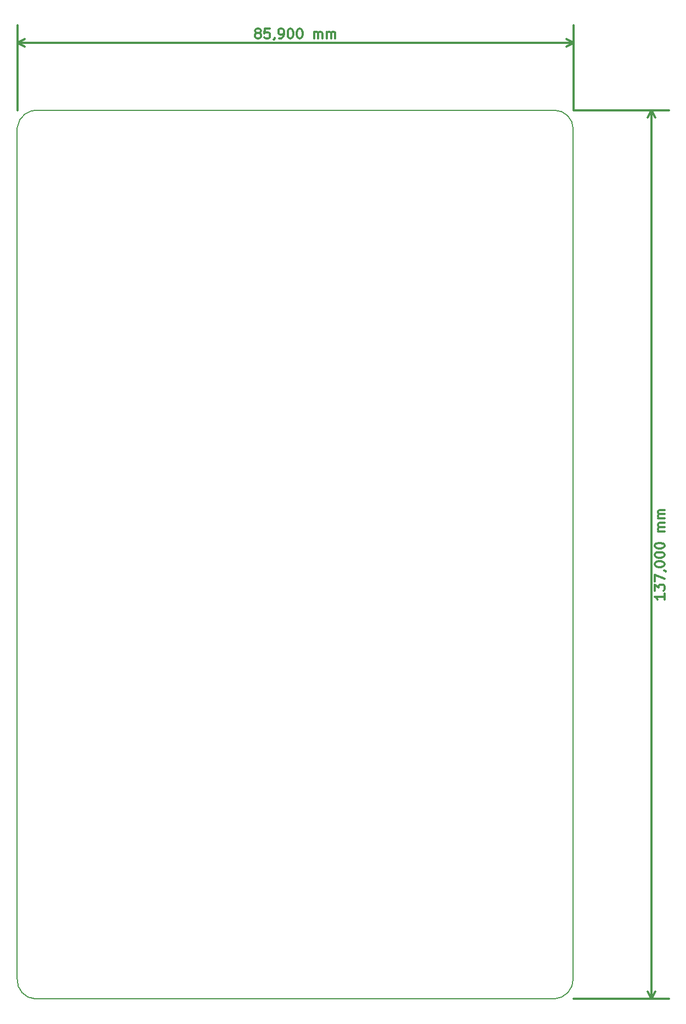
<source format=gbr>
G04 #@! TF.FileFunction,Drawing*
%FSLAX46Y46*%
G04 Gerber Fmt 4.6, Leading zero omitted, Abs format (unit mm)*
G04 Created by KiCad (PCBNEW 4.0.7-e2-6376~58~ubuntu16.04.1) date Tue Nov 13 23:08:23 2018*
%MOMM*%
%LPD*%
G01*
G04 APERTURE LIST*
%ADD10C,0.100000*%
%ADD11C,0.300000*%
%ADD12C,0.150000*%
G04 APERTURE END LIST*
D10*
D11*
X102321430Y-18371429D02*
X102178572Y-18300000D01*
X102107144Y-18228571D01*
X102035715Y-18085714D01*
X102035715Y-18014286D01*
X102107144Y-17871429D01*
X102178572Y-17800000D01*
X102321430Y-17728571D01*
X102607144Y-17728571D01*
X102750001Y-17800000D01*
X102821430Y-17871429D01*
X102892858Y-18014286D01*
X102892858Y-18085714D01*
X102821430Y-18228571D01*
X102750001Y-18300000D01*
X102607144Y-18371429D01*
X102321430Y-18371429D01*
X102178572Y-18442857D01*
X102107144Y-18514286D01*
X102035715Y-18657143D01*
X102035715Y-18942857D01*
X102107144Y-19085714D01*
X102178572Y-19157143D01*
X102321430Y-19228571D01*
X102607144Y-19228571D01*
X102750001Y-19157143D01*
X102821430Y-19085714D01*
X102892858Y-18942857D01*
X102892858Y-18657143D01*
X102821430Y-18514286D01*
X102750001Y-18442857D01*
X102607144Y-18371429D01*
X104250001Y-17728571D02*
X103535715Y-17728571D01*
X103464286Y-18442857D01*
X103535715Y-18371429D01*
X103678572Y-18300000D01*
X104035715Y-18300000D01*
X104178572Y-18371429D01*
X104250001Y-18442857D01*
X104321429Y-18585714D01*
X104321429Y-18942857D01*
X104250001Y-19085714D01*
X104178572Y-19157143D01*
X104035715Y-19228571D01*
X103678572Y-19228571D01*
X103535715Y-19157143D01*
X103464286Y-19085714D01*
X105035714Y-19157143D02*
X105035714Y-19228571D01*
X104964286Y-19371429D01*
X104892857Y-19442857D01*
X105750000Y-19228571D02*
X106035715Y-19228571D01*
X106178572Y-19157143D01*
X106250000Y-19085714D01*
X106392858Y-18871429D01*
X106464286Y-18585714D01*
X106464286Y-18014286D01*
X106392858Y-17871429D01*
X106321429Y-17800000D01*
X106178572Y-17728571D01*
X105892858Y-17728571D01*
X105750000Y-17800000D01*
X105678572Y-17871429D01*
X105607143Y-18014286D01*
X105607143Y-18371429D01*
X105678572Y-18514286D01*
X105750000Y-18585714D01*
X105892858Y-18657143D01*
X106178572Y-18657143D01*
X106321429Y-18585714D01*
X106392858Y-18514286D01*
X106464286Y-18371429D01*
X107392857Y-17728571D02*
X107535714Y-17728571D01*
X107678571Y-17800000D01*
X107750000Y-17871429D01*
X107821429Y-18014286D01*
X107892857Y-18300000D01*
X107892857Y-18657143D01*
X107821429Y-18942857D01*
X107750000Y-19085714D01*
X107678571Y-19157143D01*
X107535714Y-19228571D01*
X107392857Y-19228571D01*
X107250000Y-19157143D01*
X107178571Y-19085714D01*
X107107143Y-18942857D01*
X107035714Y-18657143D01*
X107035714Y-18300000D01*
X107107143Y-18014286D01*
X107178571Y-17871429D01*
X107250000Y-17800000D01*
X107392857Y-17728571D01*
X108821428Y-17728571D02*
X108964285Y-17728571D01*
X109107142Y-17800000D01*
X109178571Y-17871429D01*
X109250000Y-18014286D01*
X109321428Y-18300000D01*
X109321428Y-18657143D01*
X109250000Y-18942857D01*
X109178571Y-19085714D01*
X109107142Y-19157143D01*
X108964285Y-19228571D01*
X108821428Y-19228571D01*
X108678571Y-19157143D01*
X108607142Y-19085714D01*
X108535714Y-18942857D01*
X108464285Y-18657143D01*
X108464285Y-18300000D01*
X108535714Y-18014286D01*
X108607142Y-17871429D01*
X108678571Y-17800000D01*
X108821428Y-17728571D01*
X111107142Y-19228571D02*
X111107142Y-18228571D01*
X111107142Y-18371429D02*
X111178570Y-18300000D01*
X111321428Y-18228571D01*
X111535713Y-18228571D01*
X111678570Y-18300000D01*
X111749999Y-18442857D01*
X111749999Y-19228571D01*
X111749999Y-18442857D02*
X111821428Y-18300000D01*
X111964285Y-18228571D01*
X112178570Y-18228571D01*
X112321428Y-18300000D01*
X112392856Y-18442857D01*
X112392856Y-19228571D01*
X113107142Y-19228571D02*
X113107142Y-18228571D01*
X113107142Y-18371429D02*
X113178570Y-18300000D01*
X113321428Y-18228571D01*
X113535713Y-18228571D01*
X113678570Y-18300000D01*
X113749999Y-18442857D01*
X113749999Y-19228571D01*
X113749999Y-18442857D02*
X113821428Y-18300000D01*
X113964285Y-18228571D01*
X114178570Y-18228571D01*
X114321428Y-18300000D01*
X114392856Y-18442857D01*
X114392856Y-19228571D01*
X65300000Y-19900000D02*
X151200000Y-19900000D01*
X65300000Y-30300000D02*
X65300000Y-17200000D01*
X151200000Y-30300000D02*
X151200000Y-17200000D01*
X151200000Y-19900000D02*
X150073496Y-20486421D01*
X151200000Y-19900000D02*
X150073496Y-19313579D01*
X65300000Y-19900000D02*
X66426504Y-20486421D01*
X65300000Y-19900000D02*
X66426504Y-19313579D01*
X165228571Y-104871427D02*
X165228571Y-105728570D01*
X165228571Y-105299998D02*
X163728571Y-105299998D01*
X163942857Y-105442855D01*
X164085714Y-105585713D01*
X164157143Y-105728570D01*
X163728571Y-104371427D02*
X163728571Y-103442856D01*
X164300000Y-103942856D01*
X164300000Y-103728570D01*
X164371429Y-103585713D01*
X164442857Y-103514284D01*
X164585714Y-103442856D01*
X164942857Y-103442856D01*
X165085714Y-103514284D01*
X165157143Y-103585713D01*
X165228571Y-103728570D01*
X165228571Y-104157142D01*
X165157143Y-104299999D01*
X165085714Y-104371427D01*
X163728571Y-102942856D02*
X163728571Y-101942856D01*
X165228571Y-102585713D01*
X165157143Y-101300000D02*
X165228571Y-101300000D01*
X165371429Y-101371428D01*
X165442857Y-101442857D01*
X163728571Y-100371428D02*
X163728571Y-100228571D01*
X163800000Y-100085714D01*
X163871429Y-100014285D01*
X164014286Y-99942856D01*
X164300000Y-99871428D01*
X164657143Y-99871428D01*
X164942857Y-99942856D01*
X165085714Y-100014285D01*
X165157143Y-100085714D01*
X165228571Y-100228571D01*
X165228571Y-100371428D01*
X165157143Y-100514285D01*
X165085714Y-100585714D01*
X164942857Y-100657142D01*
X164657143Y-100728571D01*
X164300000Y-100728571D01*
X164014286Y-100657142D01*
X163871429Y-100585714D01*
X163800000Y-100514285D01*
X163728571Y-100371428D01*
X163728571Y-98942857D02*
X163728571Y-98800000D01*
X163800000Y-98657143D01*
X163871429Y-98585714D01*
X164014286Y-98514285D01*
X164300000Y-98442857D01*
X164657143Y-98442857D01*
X164942857Y-98514285D01*
X165085714Y-98585714D01*
X165157143Y-98657143D01*
X165228571Y-98800000D01*
X165228571Y-98942857D01*
X165157143Y-99085714D01*
X165085714Y-99157143D01*
X164942857Y-99228571D01*
X164657143Y-99300000D01*
X164300000Y-99300000D01*
X164014286Y-99228571D01*
X163871429Y-99157143D01*
X163800000Y-99085714D01*
X163728571Y-98942857D01*
X163728571Y-97514286D02*
X163728571Y-97371429D01*
X163800000Y-97228572D01*
X163871429Y-97157143D01*
X164014286Y-97085714D01*
X164300000Y-97014286D01*
X164657143Y-97014286D01*
X164942857Y-97085714D01*
X165085714Y-97157143D01*
X165157143Y-97228572D01*
X165228571Y-97371429D01*
X165228571Y-97514286D01*
X165157143Y-97657143D01*
X165085714Y-97728572D01*
X164942857Y-97800000D01*
X164657143Y-97871429D01*
X164300000Y-97871429D01*
X164014286Y-97800000D01*
X163871429Y-97728572D01*
X163800000Y-97657143D01*
X163728571Y-97514286D01*
X165228571Y-95228572D02*
X164228571Y-95228572D01*
X164371429Y-95228572D02*
X164300000Y-95157144D01*
X164228571Y-95014286D01*
X164228571Y-94800001D01*
X164300000Y-94657144D01*
X164442857Y-94585715D01*
X165228571Y-94585715D01*
X164442857Y-94585715D02*
X164300000Y-94514286D01*
X164228571Y-94371429D01*
X164228571Y-94157144D01*
X164300000Y-94014286D01*
X164442857Y-93942858D01*
X165228571Y-93942858D01*
X165228571Y-93228572D02*
X164228571Y-93228572D01*
X164371429Y-93228572D02*
X164300000Y-93157144D01*
X164228571Y-93014286D01*
X164228571Y-92800001D01*
X164300000Y-92657144D01*
X164442857Y-92585715D01*
X165228571Y-92585715D01*
X164442857Y-92585715D02*
X164300000Y-92514286D01*
X164228571Y-92371429D01*
X164228571Y-92157144D01*
X164300000Y-92014286D01*
X164442857Y-91942858D01*
X165228571Y-91942858D01*
X163200000Y-167300000D02*
X163200000Y-30300000D01*
X151200000Y-167300000D02*
X165900000Y-167300000D01*
X151200000Y-30300000D02*
X165900000Y-30300000D01*
X163200000Y-30300000D02*
X163786421Y-31426504D01*
X163200000Y-30300000D02*
X162613579Y-31426504D01*
X163200000Y-167300000D02*
X163786421Y-166173496D01*
X163200000Y-167300000D02*
X162613579Y-166173496D01*
D12*
X151129761Y-33219721D02*
X151129761Y-164156721D01*
X68706761Y-30298721D02*
X148208761Y-30298721D01*
X65277761Y-164283721D02*
X65277761Y-32965721D01*
X148208761Y-167331721D02*
X68071761Y-167331721D01*
X65277761Y-164283721D02*
G75*
G03X68071761Y-167331721I2921000J-127000D01*
G01*
X148208761Y-167331721D02*
G75*
G03X151129761Y-164156721I-127000J3048000D01*
G01*
X151129761Y-33219721D02*
G75*
G03X148208761Y-30298721I-2921000J0D01*
G01*
X68706761Y-30298721D02*
G75*
G03X65277761Y-32965721I-381000J-3048000D01*
G01*
M02*

</source>
